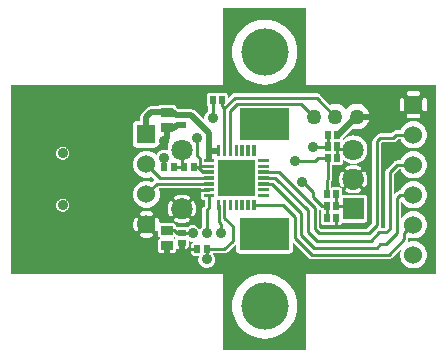
<source format=gbr>
G04 start of page 7 for group 5 idx 5 *
G04 Title: (unknown), bottom *
G04 Creator: pcb 20110918 *
G04 CreationDate: Mon 28 Oct 2013 08:12:09 PM GMT UTC *
G04 For: tszabo *
G04 Format: Gerber/RS-274X *
G04 PCB-Dimensions: 157480 125984 *
G04 PCB-Coordinate-Origin: lower left *
%MOIN*%
%FSLAX25Y25*%
%LNBOTTOM*%
%ADD91C,0.0394*%
%ADD90C,0.0380*%
%ADD89C,0.0197*%
%ADD88C,0.0945*%
%ADD87C,0.0360*%
%ADD86R,0.1063X0.1063*%
%ADD85C,0.0500*%
%ADD84R,0.0110X0.0110*%
%ADD83R,0.0295X0.0295*%
%ADD82R,0.0197X0.0197*%
%ADD81C,0.0709*%
%ADD80C,0.0354*%
%ADD79C,0.0600*%
%ADD78C,0.1024*%
%ADD77C,0.1575*%
%ADD76C,0.0200*%
%ADD75C,0.0100*%
%ADD74C,0.0001*%
G54D74*G36*
X94471Y31890D02*X108268D01*
Y5905D01*
X94471D01*
Y9810D01*
X94488Y9809D01*
X96187Y9942D01*
X97844Y10340D01*
X99419Y10992D01*
X100872Y11883D01*
X102167Y12990D01*
X103274Y14285D01*
X104165Y15738D01*
X104817Y17313D01*
X105215Y18970D01*
X105315Y20669D01*
X105215Y22368D01*
X104817Y24025D01*
X104165Y25600D01*
X103274Y27053D01*
X102167Y28348D01*
X100872Y29455D01*
X99419Y30346D01*
X97844Y30998D01*
X96187Y31396D01*
X94488Y31529D01*
X94471Y31528D01*
Y31890D01*
G37*
G36*
X80709Y5905D02*Y31890D01*
X94471D01*
Y31528D01*
X92789Y31396D01*
X91132Y30998D01*
X89557Y30346D01*
X88104Y29455D01*
X86809Y28348D01*
X85702Y27053D01*
X84811Y25600D01*
X84159Y24025D01*
X83761Y22368D01*
X83628Y20669D01*
X83761Y18970D01*
X84159Y17313D01*
X84811Y15738D01*
X85702Y14285D01*
X86809Y12990D01*
X88104Y11883D01*
X89557Y10992D01*
X91132Y10340D01*
X92789Y9942D01*
X94471Y9810D01*
Y5905D01*
X80709D01*
G37*
G36*
X108268Y120078D02*X108267Y94094D01*
X94471D01*
Y94456D01*
X94488Y94455D01*
X96187Y94588D01*
X97844Y94986D01*
X99419Y95638D01*
X100872Y96529D01*
X102167Y97636D01*
X103274Y98931D01*
X104165Y100384D01*
X104817Y101959D01*
X105215Y103616D01*
X105315Y105315D01*
X105215Y107014D01*
X104817Y108671D01*
X104165Y110246D01*
X103274Y111699D01*
X102167Y112994D01*
X100872Y114101D01*
X99419Y114992D01*
X97844Y115644D01*
X96187Y116042D01*
X94488Y116175D01*
X94471Y116174D01*
Y120078D01*
X108268D01*
G37*
G36*
X94471Y94094D02*X80709D01*
Y120078D01*
X94471D01*
Y116174D01*
X92789Y116042D01*
X91132Y115644D01*
X89557Y114992D01*
X88104Y114101D01*
X86809Y112994D01*
X85702Y111699D01*
X84811Y110246D01*
X84159Y108671D01*
X83761Y107014D01*
X83628Y105315D01*
X83761Y103616D01*
X84159Y101959D01*
X84811Y100384D01*
X85702Y98931D01*
X86809Y97636D01*
X88104Y96529D01*
X89557Y95638D01*
X91132Y94986D01*
X92789Y94588D01*
X94471Y94456D01*
Y94094D01*
G37*
G36*
X151575Y31496D02*X147844D01*
Y35302D01*
X148116Y35746D01*
X148387Y36400D01*
X148552Y37089D01*
X148594Y37795D01*
X148552Y38501D01*
X148387Y39190D01*
X148116Y39844D01*
X147844Y40288D01*
Y45302D01*
X148116Y45746D01*
X148387Y46400D01*
X148552Y47089D01*
X148594Y47795D01*
X148552Y48501D01*
X148387Y49190D01*
X148116Y49844D01*
X147844Y50288D01*
Y55302D01*
X148116Y55746D01*
X148387Y56400D01*
X148552Y57089D01*
X148594Y57795D01*
X148552Y58501D01*
X148387Y59190D01*
X148116Y59844D01*
X147844Y60288D01*
Y65302D01*
X148116Y65746D01*
X148387Y66400D01*
X148552Y67089D01*
X148594Y67795D01*
X148552Y68501D01*
X148387Y69190D01*
X148116Y69844D01*
X147844Y70288D01*
Y75302D01*
X148116Y75746D01*
X148387Y76400D01*
X148552Y77089D01*
X148594Y77795D01*
X148552Y78501D01*
X148387Y79190D01*
X148116Y79844D01*
X147844Y80288D01*
Y85543D01*
X147962Y85552D01*
X148076Y85580D01*
X148186Y85625D01*
X148286Y85686D01*
X148376Y85763D01*
X148453Y85853D01*
X148514Y85953D01*
X148559Y86063D01*
X148587Y86177D01*
X148594Y86295D01*
Y89295D01*
X148587Y89413D01*
X148559Y89527D01*
X148514Y89637D01*
X148453Y89737D01*
X148376Y89827D01*
X148286Y89904D01*
X148186Y89965D01*
X148076Y90010D01*
X147962Y90038D01*
X147844Y90047D01*
Y94488D01*
X151575D01*
Y31496D01*
G37*
G36*
X147844Y80288D02*X147746Y80448D01*
X147286Y80987D01*
X146747Y81447D01*
X146143Y81817D01*
X145489Y82088D01*
X144800Y82253D01*
X144094Y82309D01*
Y83295D01*
X145594D01*
X145712Y83302D01*
X145826Y83330D01*
X145936Y83375D01*
X146036Y83436D01*
X146126Y83513D01*
X146203Y83603D01*
X146264Y83703D01*
X146309Y83813D01*
X146337Y83927D01*
X146346Y84045D01*
X146337Y84163D01*
X146309Y84277D01*
X146264Y84387D01*
X146203Y84487D01*
X146126Y84577D01*
X146036Y84654D01*
X145936Y84715D01*
X145826Y84760D01*
X145712Y84788D01*
X145594Y84795D01*
X144094D01*
Y90795D01*
X145594D01*
X145712Y90802D01*
X145826Y90830D01*
X145936Y90875D01*
X146036Y90936D01*
X146126Y91013D01*
X146203Y91103D01*
X146264Y91203D01*
X146309Y91313D01*
X146337Y91427D01*
X146346Y91545D01*
X146337Y91663D01*
X146309Y91777D01*
X146264Y91887D01*
X146203Y91987D01*
X146126Y92077D01*
X146036Y92154D01*
X145936Y92215D01*
X145826Y92260D01*
X145712Y92288D01*
X145594Y92295D01*
X144094D01*
Y94488D01*
X147844D01*
Y90047D01*
X147726Y90038D01*
X147612Y90010D01*
X147502Y89965D01*
X147402Y89904D01*
X147312Y89827D01*
X147235Y89737D01*
X147174Y89637D01*
X147129Y89527D01*
X147101Y89413D01*
X147094Y89295D01*
Y86295D01*
X147101Y86177D01*
X147129Y86063D01*
X147174Y85953D01*
X147235Y85853D01*
X147312Y85763D01*
X147402Y85686D01*
X147502Y85625D01*
X147612Y85580D01*
X147726Y85552D01*
X147844Y85543D01*
Y80288D01*
G37*
G36*
Y70288D02*X147746Y70448D01*
X147286Y70987D01*
X146747Y71447D01*
X146143Y71817D01*
X145489Y72088D01*
X144800Y72253D01*
X144094Y72309D01*
Y73281D01*
X144800Y73337D01*
X145489Y73502D01*
X146143Y73773D01*
X146747Y74143D01*
X147286Y74603D01*
X147746Y75142D01*
X147844Y75302D01*
Y70288D01*
G37*
G36*
Y60288D02*X147746Y60448D01*
X147286Y60987D01*
X146747Y61447D01*
X146143Y61817D01*
X145489Y62088D01*
X144800Y62253D01*
X144094Y62309D01*
Y63281D01*
X144800Y63337D01*
X145489Y63502D01*
X146143Y63773D01*
X146747Y64143D01*
X147286Y64603D01*
X147746Y65142D01*
X147844Y65302D01*
Y60288D01*
G37*
G36*
Y50288D02*X147746Y50448D01*
X147286Y50987D01*
X146747Y51447D01*
X146143Y51817D01*
X145489Y52088D01*
X144800Y52253D01*
X144094Y52309D01*
Y53281D01*
X144800Y53337D01*
X145489Y53502D01*
X146143Y53773D01*
X146747Y54143D01*
X147286Y54603D01*
X147746Y55142D01*
X147844Y55302D01*
Y50288D01*
G37*
G36*
Y40288D02*X147746Y40448D01*
X147286Y40987D01*
X146747Y41447D01*
X146143Y41817D01*
X145489Y42088D01*
X144800Y42253D01*
X144094Y42309D01*
Y43281D01*
X144800Y43337D01*
X145489Y43502D01*
X146143Y43773D01*
X146747Y44143D01*
X147286Y44603D01*
X147746Y45142D01*
X147844Y45302D01*
Y40288D01*
G37*
G36*
Y31496D02*X144094D01*
Y33281D01*
X144800Y33337D01*
X145489Y33502D01*
X146143Y33773D01*
X146747Y34143D01*
X147286Y34603D01*
X147746Y35142D01*
X147844Y35302D01*
Y31496D01*
G37*
G36*
X144094Y82309D02*X143388Y82253D01*
X142699Y82088D01*
X142045Y81817D01*
X141441Y81447D01*
X140902Y80987D01*
X140442Y80448D01*
X140344Y80288D01*
Y85543D01*
X140462Y85552D01*
X140576Y85580D01*
X140686Y85625D01*
X140786Y85686D01*
X140876Y85763D01*
X140953Y85853D01*
X141014Y85953D01*
X141059Y86063D01*
X141087Y86177D01*
X141094Y86295D01*
Y89295D01*
X141087Y89413D01*
X141059Y89527D01*
X141014Y89637D01*
X140953Y89737D01*
X140876Y89827D01*
X140786Y89904D01*
X140686Y89965D01*
X140576Y90010D01*
X140462Y90038D01*
X140344Y90047D01*
Y94488D01*
X144094D01*
Y92295D01*
X142594D01*
X142476Y92288D01*
X142362Y92260D01*
X142252Y92215D01*
X142152Y92154D01*
X142062Y92077D01*
X141985Y91987D01*
X141924Y91887D01*
X141879Y91777D01*
X141851Y91663D01*
X141842Y91545D01*
X141851Y91427D01*
X141879Y91313D01*
X141924Y91203D01*
X141985Y91103D01*
X142062Y91013D01*
X142152Y90936D01*
X142252Y90875D01*
X142362Y90830D01*
X142476Y90802D01*
X142594Y90795D01*
X144094D01*
Y84795D01*
X142594D01*
X142476Y84788D01*
X142362Y84760D01*
X142252Y84715D01*
X142152Y84654D01*
X142062Y84577D01*
X141985Y84487D01*
X141924Y84387D01*
X141879Y84277D01*
X141851Y84163D01*
X141842Y84045D01*
X141851Y83927D01*
X141879Y83813D01*
X141924Y83703D01*
X141985Y83603D01*
X142062Y83513D01*
X142152Y83436D01*
X142252Y83375D01*
X142362Y83330D01*
X142476Y83302D01*
X142594Y83295D01*
X144094D01*
Y82309D01*
G37*
G36*
X140344Y80288D02*X140072Y79844D01*
X139845Y79295D01*
X138483D01*
X138424Y79300D01*
X138192Y79281D01*
X138190Y79281D01*
X138189Y79281D01*
X138189Y79281D01*
X138063Y79251D01*
X137960Y79226D01*
X137960Y79226D01*
X137959Y79226D01*
X137842Y79177D01*
X137742Y79136D01*
X137742Y79135D01*
X137741Y79135D01*
X137635Y79070D01*
X137541Y79012D01*
X137540Y79012D01*
X137540Y79012D01*
X137538Y79010D01*
X137361Y78859D01*
X137323Y78814D01*
X136780Y78271D01*
X133130D01*
X133071Y78276D01*
X132836Y78257D01*
X132606Y78202D01*
X132388Y78112D01*
X132187Y77988D01*
X132186Y77988D01*
X132007Y77835D01*
X131969Y77790D01*
X130871Y76692D01*
X130826Y76654D01*
X130673Y76474D01*
X130549Y76273D01*
X130459Y76055D01*
X130404Y75825D01*
X130404Y75825D01*
X130385Y75590D01*
X130390Y75531D01*
Y48259D01*
X128513Y46382D01*
X127895D01*
Y48471D01*
X127926Y48479D01*
X128097Y48550D01*
X128256Y48647D01*
X128397Y48768D01*
X128518Y48909D01*
X128615Y49068D01*
X128686Y49239D01*
X128730Y49420D01*
X128740Y49606D01*
X128730Y56878D01*
X128686Y57059D01*
X128615Y57230D01*
X128518Y57389D01*
X128397Y57530D01*
X128256Y57651D01*
X128097Y57748D01*
X127926Y57819D01*
X127895Y57827D01*
Y60474D01*
X127898Y60476D01*
X127979Y60522D01*
X128051Y60580D01*
X128114Y60649D01*
X128163Y60728D01*
X128356Y61112D01*
X128508Y61513D01*
X128624Y61927D01*
X128702Y62349D01*
X128740Y62777D01*
Y63207D01*
X128702Y63635D01*
X128624Y64057D01*
X128508Y64471D01*
X128356Y64872D01*
X128167Y65258D01*
X128116Y65337D01*
X128054Y65406D01*
X127981Y65465D01*
X127900Y65511D01*
X127895Y65513D01*
Y70122D01*
X128239Y70684D01*
X128523Y71371D01*
X128697Y72094D01*
X128740Y72835D01*
X128697Y73576D01*
X128523Y74299D01*
X128239Y74986D01*
X127895Y75548D01*
Y80573D01*
X128211Y80844D01*
X128646Y81352D01*
X128995Y81923D01*
X129251Y82541D01*
X129408Y83191D01*
X129447Y83858D01*
X129408Y84525D01*
X129251Y85175D01*
X128995Y85793D01*
X128646Y86364D01*
X128211Y86872D01*
X127895Y87143D01*
Y94488D01*
X140344D01*
Y90047D01*
X140226Y90038D01*
X140112Y90010D01*
X140002Y89965D01*
X139902Y89904D01*
X139812Y89827D01*
X139735Y89737D01*
X139674Y89637D01*
X139629Y89527D01*
X139601Y89413D01*
X139594Y89295D01*
Y86295D01*
X139601Y86177D01*
X139629Y86063D01*
X139674Y85953D01*
X139735Y85853D01*
X139812Y85763D01*
X139902Y85686D01*
X140002Y85625D01*
X140112Y85580D01*
X140226Y85552D01*
X140344Y85543D01*
Y80288D01*
G37*
G36*
X144094Y72309D02*X143388Y72253D01*
X142699Y72088D01*
X142045Y71817D01*
X141441Y71447D01*
X140902Y70987D01*
X140442Y70448D01*
X140072Y69844D01*
X139812Y69216D01*
X138642D01*
X138583Y69221D01*
X138348Y69202D01*
X138348Y69202D01*
X138348Y69202D01*
X138248Y69178D01*
X138118Y69147D01*
X138118Y69147D01*
X138118Y69147D01*
X138018Y69105D01*
X137900Y69057D01*
X137900Y69057D01*
X137900Y69057D01*
X137803Y68997D01*
X137699Y68933D01*
X137699Y68933D01*
X137699Y68933D01*
X137519Y68780D01*
X137481Y68735D01*
X135201Y66456D01*
X135156Y66418D01*
X135004Y66240D01*
X135003Y66239D01*
X135003Y66239D01*
X135003Y66238D01*
X134929Y66118D01*
X134880Y66037D01*
X134879Y66037D01*
X134879Y66037D01*
X134824Y65904D01*
X134789Y65819D01*
X134789Y65819D01*
X134789Y65819D01*
X134756Y65682D01*
X134734Y65590D01*
X134734Y65590D01*
X134734Y65589D01*
X134734Y65588D01*
X134715Y65354D01*
X134720Y65295D01*
Y47077D01*
X134418Y46775D01*
X133120D01*
X133231Y46955D01*
X133321Y47173D01*
X133376Y47403D01*
X133395Y47638D01*
X133390Y47697D01*
Y74969D01*
X133692Y75271D01*
X137344D01*
X137403Y75266D01*
X137634Y75285D01*
X137637Y75285D01*
X137638Y75285D01*
X137638Y75285D01*
X137749Y75312D01*
X137867Y75340D01*
X137867Y75340D01*
X137868Y75340D01*
X137973Y75384D01*
X138085Y75430D01*
X138085Y75431D01*
X138086Y75431D01*
X138184Y75491D01*
X138286Y75554D01*
X138287Y75554D01*
X138287Y75554D01*
X138289Y75556D01*
X138466Y75707D01*
X138504Y75752D01*
X139047Y76295D01*
X139845D01*
X140072Y75746D01*
X140442Y75142D01*
X140902Y74603D01*
X141441Y74143D01*
X142045Y73773D01*
X142699Y73502D01*
X143388Y73337D01*
X144094Y73281D01*
Y72309D01*
G37*
G36*
Y62309D02*X143388Y62253D01*
X142699Y62088D01*
X142045Y61817D01*
X141441Y61447D01*
X140902Y60987D01*
X140442Y60448D01*
X140072Y59844D01*
X139845Y59295D01*
X139744D01*
X139685Y59300D01*
X139450Y59281D01*
X139220Y59226D01*
X139002Y59136D01*
X138801Y59012D01*
X138800Y59012D01*
X138621Y58859D01*
X138583Y58814D01*
X137720Y57951D01*
Y64733D01*
X139204Y66216D01*
X139877D01*
X140072Y65746D01*
X140442Y65142D01*
X140902Y64603D01*
X141441Y64143D01*
X142045Y63773D01*
X142699Y63502D01*
X143388Y63337D01*
X144094Y63281D01*
Y62309D01*
G37*
G36*
Y52309D02*X143388Y52253D01*
X142699Y52088D01*
X142045Y51817D01*
X141441Y51447D01*
X140902Y50987D01*
X140442Y50448D01*
X140083Y49862D01*
Y55728D01*
X140442Y55142D01*
X140902Y54603D01*
X141441Y54143D01*
X142045Y53773D01*
X142699Y53502D01*
X143388Y53337D01*
X144094Y53281D01*
Y52309D01*
G37*
G36*
Y42309D02*X143388Y42253D01*
X142699Y42088D01*
X142045Y41817D01*
X141852Y41699D01*
X141964Y41811D01*
X142009Y41849D01*
X142162Y42028D01*
X142162Y42029D01*
X142286Y42230D01*
X142376Y42448D01*
X142431Y42678D01*
X142450Y42913D01*
X142445Y42972D01*
Y43607D01*
X142699Y43502D01*
X143388Y43337D01*
X144094Y43281D01*
Y42309D01*
G37*
G36*
Y31496D02*X127895D01*
Y36295D01*
X135768D01*
X135827Y36290D01*
X136062Y36309D01*
X136062Y36309D01*
X136292Y36364D01*
X136510Y36454D01*
X136711Y36578D01*
X136891Y36731D01*
X136929Y36776D01*
X140190Y40037D01*
X140072Y39844D01*
X139801Y39190D01*
X139636Y38501D01*
X139580Y37795D01*
X139636Y37089D01*
X139801Y36400D01*
X140072Y35746D01*
X140442Y35142D01*
X140902Y34603D01*
X141441Y34143D01*
X142045Y33773D01*
X142699Y33502D01*
X143388Y33337D01*
X144094Y33281D01*
Y31496D01*
G37*
G36*
X127895Y87143D02*X127703Y87307D01*
X127132Y87656D01*
X126514Y87912D01*
X125864Y88069D01*
X125197Y88121D01*
X124530Y88069D01*
X124018Y87946D01*
Y94488D01*
X127895D01*
Y87143D01*
G37*
G36*
Y75548D02*X127850Y75621D01*
X127367Y76186D01*
X126802Y76669D01*
X126167Y77058D01*
X125480Y77342D01*
X124757Y77516D01*
X124018Y77574D01*
Y79770D01*
X124530Y79647D01*
X125197Y79595D01*
X125864Y79647D01*
X126514Y79804D01*
X127132Y80060D01*
X127703Y80409D01*
X127895Y80573D01*
Y75548D01*
G37*
G36*
Y57827D02*X127745Y57863D01*
X127560Y57874D01*
X124018Y57868D01*
Y58268D01*
X124231D01*
X124659Y58306D01*
X125081Y58384D01*
X125495Y58500D01*
X125896Y58652D01*
X126282Y58841D01*
X126361Y58892D01*
X126430Y58954D01*
X126489Y59027D01*
X126535Y59108D01*
X126569Y59196D01*
X126588Y59287D01*
X126593Y59380D01*
X126583Y59473D01*
X126558Y59564D01*
X126520Y59649D01*
X126469Y59727D01*
X126406Y59797D01*
X126333Y59855D01*
X126252Y59902D01*
X126165Y59935D01*
X126073Y59955D01*
X125980Y59959D01*
X125887Y59949D01*
X125797Y59925D01*
X125712Y59885D01*
X125425Y59741D01*
X125124Y59626D01*
X124814Y59540D01*
X124497Y59481D01*
X124177Y59452D01*
X124018D01*
Y61540D01*
X124064D01*
X124299Y61554D01*
X124529Y61609D01*
X124747Y61699D01*
X124948Y61823D01*
X125128Y61976D01*
X125281Y62156D01*
X125405Y62357D01*
X125495Y62575D01*
X125550Y62805D01*
X125569Y63040D01*
X125550Y63275D01*
X125495Y63505D01*
X125405Y63723D01*
X125281Y63924D01*
X125128Y64104D01*
X124948Y64257D01*
X124747Y64381D01*
X124529Y64471D01*
X124299Y64526D01*
X124064Y64540D01*
X124018D01*
Y66532D01*
X124177D01*
X124497Y66503D01*
X124814Y66444D01*
X125124Y66358D01*
X125425Y66243D01*
X125714Y66102D01*
X125798Y66063D01*
X125888Y66038D01*
X125980Y66028D01*
X126073Y66033D01*
X126164Y66052D01*
X126251Y66085D01*
X126331Y66132D01*
X126404Y66190D01*
X126466Y66259D01*
X126517Y66337D01*
X126555Y66421D01*
X126579Y66511D01*
X126589Y66604D01*
X126584Y66696D01*
X126565Y66787D01*
X126532Y66874D01*
X126486Y66955D01*
X126428Y67027D01*
X126359Y67090D01*
X126280Y67139D01*
X125896Y67332D01*
X125495Y67484D01*
X125081Y67600D01*
X124659Y67678D01*
X124231Y67716D01*
X124018D01*
Y68096D01*
X124757Y68154D01*
X125480Y68328D01*
X126167Y68612D01*
X126802Y69001D01*
X127367Y69484D01*
X127850Y70049D01*
X127895Y70122D01*
Y65513D01*
X127812Y65545D01*
X127721Y65564D01*
X127628Y65569D01*
X127535Y65559D01*
X127444Y65534D01*
X127359Y65496D01*
X127281Y65445D01*
X127211Y65382D01*
X127153Y65309D01*
X127106Y65228D01*
X127073Y65141D01*
X127053Y65049D01*
X127049Y64956D01*
X127059Y64863D01*
X127083Y64773D01*
X127123Y64688D01*
X127267Y64401D01*
X127382Y64100D01*
X127468Y63790D01*
X127527Y63473D01*
X127556Y63153D01*
Y62831D01*
X127527Y62511D01*
X127468Y62194D01*
X127382Y61884D01*
X127267Y61583D01*
X127126Y61294D01*
X127087Y61210D01*
X127062Y61120D01*
X127052Y61028D01*
X127057Y60935D01*
X127076Y60844D01*
X127109Y60757D01*
X127156Y60677D01*
X127214Y60604D01*
X127283Y60542D01*
X127361Y60491D01*
X127445Y60453D01*
X127535Y60429D01*
X127628Y60419D01*
X127720Y60424D01*
X127811Y60443D01*
X127895Y60474D01*
Y57827D01*
G37*
G36*
Y46382D02*X124018D01*
Y48430D01*
X127745Y48435D01*
X127895Y48471D01*
Y46382D01*
G37*
G36*
Y31496D02*X124018D01*
Y36295D01*
X127895D01*
Y31496D01*
G37*
G36*
X124018Y87946D02*X123880Y87912D01*
X123262Y87656D01*
X122691Y87307D01*
X122183Y86872D01*
X121748Y86364D01*
X121654Y86209D01*
X121559Y86364D01*
X121124Y86872D01*
X120616Y87307D01*
X120045Y87656D01*
X119427Y87912D01*
X118777Y88069D01*
X118110Y88121D01*
X117443Y88069D01*
X116793Y87912D01*
X116357Y87732D01*
X112913Y91176D01*
X112875Y91221D01*
X112695Y91374D01*
X112494Y91498D01*
X112276Y91588D01*
X112046Y91643D01*
X111811Y91662D01*
X111752Y91657D01*
X99599D01*
Y94488D01*
X124018D01*
Y87946D01*
G37*
G36*
Y77574D02*X124016Y77574D01*
X123275Y77516D01*
X122552Y77342D01*
X121865Y77058D01*
X121230Y76669D01*
X120665Y76186D01*
X120528Y76025D01*
X120564Y76113D01*
X120601Y76266D01*
X120610Y76423D01*
X120610Y76561D01*
X123860Y79812D01*
X123880Y79804D01*
X124018Y79770D01*
Y77574D01*
G37*
G36*
Y57868D02*X120287Y57863D01*
X120275Y57860D01*
X120270Y59529D01*
X120233Y59682D01*
X120173Y59827D01*
X120137Y59885D01*
Y60471D01*
X120220Y60439D01*
X120311Y60420D01*
X120404Y60415D01*
X120497Y60425D01*
X120588Y60450D01*
X120673Y60488D01*
X120751Y60539D01*
X120821Y60602D01*
X120879Y60675D01*
X120926Y60756D01*
X120959Y60843D01*
X120979Y60935D01*
X120983Y61028D01*
X120973Y61121D01*
X120949Y61211D01*
X120909Y61296D01*
X120765Y61583D01*
X120650Y61884D01*
X120564Y62194D01*
X120505Y62511D01*
X120476Y62831D01*
Y63153D01*
X120505Y63473D01*
X120564Y63790D01*
X120650Y64100D01*
X120765Y64401D01*
X120906Y64690D01*
X120945Y64774D01*
X120970Y64864D01*
X120980Y64956D01*
X120975Y65049D01*
X120956Y65140D01*
X120923Y65227D01*
X120876Y65307D01*
X120818Y65380D01*
X120749Y65442D01*
X120671Y65493D01*
X120587Y65531D01*
X120497Y65555D01*
X120404Y65565D01*
X120312Y65560D01*
X120221Y65541D01*
X120137Y65510D01*
Y67701D01*
X120200Y67739D01*
X120319Y67842D01*
X120422Y67961D01*
X120504Y68096D01*
X120504Y68096D01*
X120564Y68241D01*
X120601Y68394D01*
X120610Y68551D01*
X120607Y69552D01*
X120665Y69484D01*
X121230Y69001D01*
X121865Y68612D01*
X122552Y68328D01*
X123275Y68154D01*
X124016Y68096D01*
X124018Y68096D01*
Y67716D01*
X123801D01*
X123373Y67678D01*
X122951Y67600D01*
X122537Y67484D01*
X122136Y67332D01*
X121750Y67143D01*
X121671Y67092D01*
X121602Y67030D01*
X121543Y66957D01*
X121497Y66876D01*
X121463Y66788D01*
X121444Y66697D01*
X121439Y66604D01*
X121449Y66511D01*
X121474Y66420D01*
X121512Y66335D01*
X121563Y66257D01*
X121626Y66187D01*
X121699Y66129D01*
X121780Y66082D01*
X121867Y66049D01*
X121959Y66029D01*
X122052Y66025D01*
X122145Y66035D01*
X122235Y66059D01*
X122320Y66099D01*
X122607Y66243D01*
X122908Y66358D01*
X123218Y66444D01*
X123535Y66503D01*
X123855Y66532D01*
X124018D01*
Y64540D01*
X123546D01*
X123311Y64526D01*
X123081Y64471D01*
X122863Y64381D01*
X122662Y64257D01*
X122482Y64104D01*
X122329Y63924D01*
X122205Y63723D01*
X122115Y63505D01*
X122060Y63275D01*
X122041Y63040D01*
X122060Y62805D01*
X122115Y62575D01*
X122205Y62357D01*
X122329Y62156D01*
X122482Y61976D01*
X122662Y61823D01*
X122863Y61699D01*
X123081Y61609D01*
X123311Y61554D01*
X123546Y61540D01*
X124018D01*
Y59452D01*
X123855D01*
X123535Y59481D01*
X123218Y59540D01*
X122908Y59626D01*
X122607Y59741D01*
X122318Y59882D01*
X122234Y59921D01*
X122144Y59946D01*
X122052Y59956D01*
X121959Y59951D01*
X121868Y59932D01*
X121781Y59899D01*
X121701Y59852D01*
X121628Y59794D01*
X121566Y59725D01*
X121515Y59647D01*
X121477Y59563D01*
X121453Y59473D01*
X121443Y59380D01*
X121448Y59288D01*
X121467Y59197D01*
X121500Y59110D01*
X121546Y59029D01*
X121604Y58957D01*
X121673Y58894D01*
X121752Y58845D01*
X122136Y58652D01*
X122537Y58500D01*
X122951Y58384D01*
X123373Y58306D01*
X123801Y58268D01*
X124018D01*
Y57868D01*
G37*
G36*
X120137Y59885D02*X120091Y59962D01*
X119988Y60081D01*
X119869Y60184D01*
X119734Y60266D01*
X119589Y60326D01*
X119436Y60363D01*
X119279Y60372D01*
X119277Y60372D01*
X117154Y60363D01*
X117001Y60326D01*
X116856Y60266D01*
X116721Y60184D01*
X116721Y60183D01*
X116721Y60184D01*
X116649Y60227D01*
Y62168D01*
X116695Y62220D01*
X116819Y62421D01*
X116909Y62639D01*
X116964Y62869D01*
X116983Y63104D01*
X116978Y63165D01*
X116978Y63168D01*
Y67694D01*
X117052Y67739D01*
X117052Y67740D01*
X117052Y67739D01*
X117187Y67657D01*
X117332Y67597D01*
X117485Y67560D01*
X117642Y67551D01*
X119277Y67558D01*
X119767Y67560D01*
X119920Y67597D01*
X120065Y67657D01*
X120137Y67701D01*
Y65510D01*
X120134Y65508D01*
X120053Y65462D01*
X119981Y65404D01*
X119918Y65335D01*
X119869Y65256D01*
X119676Y64872D01*
X119524Y64471D01*
X119408Y64057D01*
X119330Y63635D01*
X119292Y63207D01*
Y62777D01*
X119330Y62349D01*
X119408Y61927D01*
X119524Y61513D01*
X119676Y61112D01*
X119865Y60726D01*
X119916Y60647D01*
X119978Y60578D01*
X120051Y60519D01*
X120132Y60473D01*
X120137Y60471D01*
Y59885D01*
G37*
G36*
X124018Y46382D02*X113219D01*
X112719Y46882D01*
Y52888D01*
X112767Y52848D01*
X112968Y52724D01*
X113172Y52640D01*
X113172Y52531D01*
X113209Y52378D01*
X113269Y52233D01*
X113351Y52100D01*
X113269Y51967D01*
X113209Y51822D01*
X113172Y51669D01*
X113163Y51512D01*
X113172Y48601D01*
X113184Y48553D01*
X113209Y48448D01*
X113269Y48303D01*
X113316Y48227D01*
X113351Y48168D01*
X113454Y48049D01*
X113573Y47946D01*
X113708Y47864D01*
X113853Y47804D01*
X114006Y47767D01*
X114163Y47758D01*
X116288Y47767D01*
X116441Y47804D01*
X116586Y47864D01*
X116721Y47946D01*
X116721Y47947D01*
X116721Y47946D01*
X116856Y47864D01*
X117001Y47804D01*
X117154Y47767D01*
X117311Y47758D01*
X119436Y47767D01*
X119589Y47804D01*
X119734Y47864D01*
X119869Y47946D01*
X119988Y48049D01*
X120091Y48168D01*
X120173Y48303D01*
X120217Y48410D01*
X120233Y48448D01*
X120233Y48448D01*
X120287Y48435D01*
X120472Y48424D01*
X124018Y48430D01*
Y46382D01*
G37*
G36*
Y31496D02*X99599D01*
Y38198D01*
X102941Y38200D01*
X103122Y38243D01*
X103294Y38314D01*
X103452Y38412D01*
X103594Y38532D01*
X103714Y38674D01*
X103812Y38832D01*
X103883Y39004D01*
X103926Y39185D01*
X103937Y39370D01*
X103934Y41975D01*
X109134Y36776D01*
X109172Y36731D01*
X109352Y36578D01*
X109553Y36454D01*
X109771Y36364D01*
X110001Y36309D01*
X110236Y36290D01*
X110295Y36295D01*
X124018D01*
Y31496D01*
G37*
G36*
X70808Y59917D02*X73214D01*
X73215Y59772D01*
X73222Y58741D01*
X73259Y58588D01*
X73310Y58465D01*
X73259Y58342D01*
X73222Y58189D01*
X73213Y58032D01*
X73222Y56773D01*
X73259Y56620D01*
X73319Y56475D01*
X73401Y56340D01*
X73504Y56221D01*
X73623Y56118D01*
X73758Y56036D01*
X73903Y55976D01*
X74056Y55939D01*
X74213Y55930D01*
X74484Y55931D01*
Y54164D01*
X74178Y53858D01*
X74133Y53820D01*
X73980Y53640D01*
X73856Y53439D01*
X73766Y53221D01*
X73711Y52991D01*
X73711Y52991D01*
Y52991D01*
X73692Y52756D01*
X73697Y52697D01*
Y47247D01*
X73546Y47154D01*
X73211Y46868D01*
X72925Y46533D01*
X72834Y46386D01*
X72744Y46533D01*
X72458Y46868D01*
X72123Y47154D01*
X71747Y47385D01*
X71340Y47553D01*
X70911Y47656D01*
X70808Y47664D01*
Y50631D01*
X70811Y50633D01*
X70892Y50679D01*
X70964Y50737D01*
X71027Y50806D01*
X71076Y50885D01*
X71269Y51269D01*
X71421Y51670D01*
X71537Y52084D01*
X71615Y52506D01*
X71653Y52934D01*
Y53364D01*
X71615Y53792D01*
X71537Y54214D01*
X71421Y54628D01*
X71269Y55029D01*
X71080Y55415D01*
X71029Y55494D01*
X70967Y55563D01*
X70894Y55622D01*
X70813Y55668D01*
X70808Y55670D01*
Y59917D01*
G37*
G36*
X66931D02*X70808D01*
Y55670D01*
X70725Y55702D01*
X70634Y55721D01*
X70541Y55726D01*
X70448Y55716D01*
X70357Y55691D01*
X70272Y55653D01*
X70194Y55602D01*
X70124Y55539D01*
X70066Y55466D01*
X70019Y55385D01*
X69986Y55298D01*
X69966Y55206D01*
X69962Y55113D01*
X69972Y55020D01*
X69996Y54930D01*
X70036Y54845D01*
X70180Y54558D01*
X70295Y54257D01*
X70381Y53947D01*
X70440Y53630D01*
X70469Y53310D01*
Y52988D01*
X70440Y52668D01*
X70381Y52351D01*
X70295Y52041D01*
X70180Y51740D01*
X70039Y51451D01*
X70000Y51367D01*
X69975Y51277D01*
X69965Y51185D01*
X69970Y51092D01*
X69989Y51001D01*
X70022Y50914D01*
X70069Y50834D01*
X70127Y50761D01*
X70196Y50699D01*
X70274Y50648D01*
X70358Y50610D01*
X70448Y50586D01*
X70541Y50576D01*
X70633Y50581D01*
X70724Y50600D01*
X70808Y50631D01*
Y47664D01*
X70472Y47691D01*
X70033Y47656D01*
X69604Y47553D01*
X69197Y47385D01*
X68821Y47154D01*
X68505Y46884D01*
X68402Y46909D01*
X68245Y46918D01*
X66931Y46914D01*
Y48425D01*
X67144D01*
X67572Y48463D01*
X67994Y48541D01*
X68408Y48657D01*
X68809Y48809D01*
X69195Y48998D01*
X69274Y49049D01*
X69343Y49111D01*
X69402Y49184D01*
X69448Y49265D01*
X69482Y49353D01*
X69501Y49444D01*
X69506Y49537D01*
X69496Y49630D01*
X69471Y49721D01*
X69433Y49806D01*
X69382Y49884D01*
X69319Y49954D01*
X69246Y50012D01*
X69165Y50059D01*
X69078Y50092D01*
X68986Y50112D01*
X68893Y50116D01*
X68800Y50106D01*
X68710Y50082D01*
X68625Y50042D01*
X68338Y49898D01*
X68037Y49783D01*
X67727Y49697D01*
X67410Y49638D01*
X67090Y49609D01*
X66931D01*
Y56689D01*
X67090D01*
X67410Y56660D01*
X67727Y56601D01*
X68037Y56515D01*
X68338Y56400D01*
X68627Y56259D01*
X68711Y56220D01*
X68801Y56195D01*
X68893Y56185D01*
X68986Y56190D01*
X69077Y56209D01*
X69164Y56242D01*
X69244Y56289D01*
X69317Y56347D01*
X69379Y56416D01*
X69430Y56494D01*
X69468Y56578D01*
X69492Y56668D01*
X69502Y56761D01*
X69497Y56853D01*
X69478Y56944D01*
X69445Y57031D01*
X69399Y57112D01*
X69341Y57184D01*
X69272Y57247D01*
X69193Y57296D01*
X68809Y57489D01*
X68408Y57641D01*
X67994Y57757D01*
X67572Y57835D01*
X67144Y57873D01*
X66931D01*
Y59917D01*
G37*
G36*
Y94488D02*X94064D01*
X94488Y94455D01*
X94912Y94488D01*
X99599D01*
Y91657D01*
X84705D01*
X84646Y91662D01*
X84411Y91643D01*
X84411Y91643D01*
X84411Y91643D01*
X84315Y91620D01*
X84312Y91620D01*
X84181Y91588D01*
X84181Y91588D01*
X84181Y91588D01*
X84085Y91548D01*
X84081Y91547D01*
X83963Y91498D01*
X83963Y91498D01*
X83963Y91498D01*
X83864Y91437D01*
X83762Y91374D01*
X83762Y91374D01*
X83762Y91374D01*
X83582Y91221D01*
X83544Y91176D01*
X82292Y89925D01*
X82289Y90903D01*
X82252Y91056D01*
X82192Y91201D01*
X82110Y91336D01*
X82007Y91455D01*
X81888Y91558D01*
X81753Y91640D01*
X81700Y91662D01*
X81700D01*
X81624Y91693D01*
X81608Y91700D01*
X81455Y91737D01*
X81298Y91746D01*
X79173Y91737D01*
X79020Y91700D01*
X78875Y91640D01*
X78740Y91558D01*
X78740Y91557D01*
X78740Y91558D01*
X78605Y91640D01*
X78460Y91700D01*
X78307Y91737D01*
X78150Y91746D01*
X76025Y91737D01*
X75872Y91700D01*
X75727Y91640D01*
X75592Y91558D01*
X75473Y91455D01*
X75370Y91336D01*
X75288Y91201D01*
X75228Y91056D01*
X75191Y90903D01*
X75182Y90746D01*
X75191Y87835D01*
X75228Y87682D01*
X75288Y87537D01*
X75370Y87402D01*
X75473Y87283D01*
X75592Y87180D01*
X75665Y87136D01*
Y85829D01*
X75514Y85736D01*
X75179Y85450D01*
X74893Y85115D01*
X74662Y84739D01*
X74494Y84332D01*
X74391Y83903D01*
X74356Y83464D01*
X74391Y83025D01*
X74445Y82799D01*
X71536Y85708D01*
X71301Y85917D01*
X71033Y86082D01*
X70742Y86202D01*
X70436Y86275D01*
X70122Y86300D01*
X70019Y86292D01*
X69986Y86294D01*
X66931D01*
Y94488D01*
G37*
G36*
X99599Y31496D02*X94912D01*
X94488Y31529D01*
X94064Y31496D01*
X66931D01*
Y39807D01*
X68402Y39811D01*
X68555Y39848D01*
X68700Y39908D01*
X68835Y39990D01*
X68954Y40093D01*
X69057Y40212D01*
X69139Y40347D01*
X69199Y40492D01*
X69236Y40645D01*
X69245Y40802D01*
X69238Y42362D01*
X69604Y42211D01*
X70033Y42108D01*
X70472Y42073D01*
X70758Y42096D01*
X70754Y42095D01*
X70609Y42035D01*
X70474Y41953D01*
X70355Y41850D01*
X70252Y41731D01*
X70170Y41596D01*
X70110Y41451D01*
X70073Y41298D01*
X70064Y41141D01*
X70073Y38230D01*
X70110Y38077D01*
X70170Y37932D01*
X70252Y37797D01*
X70355Y37678D01*
X70474Y37575D01*
X70609Y37493D01*
X70754Y37433D01*
X70907Y37396D01*
X71064Y37387D01*
X72653Y37394D01*
X72526Y37088D01*
X72423Y36659D01*
X72388Y36220D01*
X72423Y35781D01*
X72526Y35352D01*
X72694Y34945D01*
X72925Y34569D01*
X73211Y34234D01*
X73546Y33948D01*
X73922Y33717D01*
X74329Y33549D01*
X74758Y33446D01*
X75197Y33411D01*
X75636Y33446D01*
X76065Y33549D01*
X76472Y33717D01*
X76848Y33948D01*
X77183Y34234D01*
X77469Y34569D01*
X77700Y34945D01*
X77868Y35352D01*
X77971Y35781D01*
X77997Y36220D01*
X77971Y36659D01*
X77868Y37088D01*
X77700Y37495D01*
X77469Y37871D01*
X77183Y38206D01*
X77168Y38219D01*
X77171Y38230D01*
X77173Y38264D01*
X81043D01*
X81102Y38259D01*
X81337Y38278D01*
X81337Y38278D01*
X81337Y38278D01*
X81463Y38308D01*
X81567Y38333D01*
X81567Y38333D01*
X81567Y38333D01*
X81705Y38390D01*
X81785Y38423D01*
X81785Y38423D01*
X81785Y38423D01*
X81911Y38501D01*
X81986Y38547D01*
X81986Y38547D01*
X81986Y38547D01*
X82166Y38700D01*
X82204Y38745D01*
X84877Y41417D01*
X84922Y41455D01*
X85019Y41569D01*
Y41569D01*
X85047Y41602D01*
X85050Y39185D01*
X85093Y39004D01*
X85164Y38832D01*
X85262Y38674D01*
X85382Y38532D01*
X85524Y38412D01*
X85682Y38314D01*
X85854Y38243D01*
X86035Y38200D01*
X86220Y38189D01*
X99599Y38198D01*
Y31496D01*
G37*
G36*
X63050Y43450D02*X64073Y43452D01*
X64226Y43489D01*
X64371Y43549D01*
X64506Y43631D01*
X64524Y43647D01*
X64538Y43638D01*
X64597Y43495D01*
X64679Y43360D01*
X64680Y43360D01*
X64679Y43360D01*
X64597Y43225D01*
X64537Y43080D01*
X64533Y43065D01*
X64506Y43089D01*
X64371Y43171D01*
X64226Y43231D01*
X64073Y43268D01*
X63916Y43277D01*
X63050Y43275D01*
Y43450D01*
G37*
G36*
Y59917D02*X66931D01*
Y57873D01*
X66714D01*
X66286Y57835D01*
X65864Y57757D01*
X65450Y57641D01*
X65049Y57489D01*
X64663Y57300D01*
X64584Y57249D01*
X64515Y57187D01*
X64456Y57114D01*
X64410Y57033D01*
X64376Y56945D01*
X64357Y56854D01*
X64352Y56761D01*
X64362Y56668D01*
X64387Y56577D01*
X64425Y56492D01*
X64476Y56414D01*
X64539Y56344D01*
X64612Y56286D01*
X64693Y56239D01*
X64780Y56206D01*
X64872Y56186D01*
X64965Y56182D01*
X65058Y56192D01*
X65148Y56216D01*
X65233Y56256D01*
X65520Y56400D01*
X65821Y56515D01*
X66131Y56601D01*
X66448Y56660D01*
X66768Y56689D01*
X66931D01*
Y49609D01*
X66768D01*
X66448Y49638D01*
X66131Y49697D01*
X65821Y49783D01*
X65520Y49898D01*
X65231Y50039D01*
X65147Y50078D01*
X65057Y50103D01*
X64965Y50113D01*
X64872Y50108D01*
X64781Y50089D01*
X64694Y50056D01*
X64614Y50009D01*
X64541Y49951D01*
X64479Y49882D01*
X64428Y49804D01*
X64390Y49720D01*
X64366Y49630D01*
X64356Y49537D01*
X64361Y49445D01*
X64380Y49354D01*
X64413Y49267D01*
X64459Y49186D01*
X64517Y49114D01*
X64586Y49051D01*
X64665Y49002D01*
X65049Y48809D01*
X65450Y48657D01*
X65864Y48541D01*
X66286Y48463D01*
X66714Y48425D01*
X66931D01*
Y46914D01*
X65440Y46909D01*
X65411Y46938D01*
X65373Y46983D01*
X65193Y47136D01*
X64992Y47260D01*
X64908Y47295D01*
X64907Y47552D01*
X64870Y47705D01*
X64810Y47850D01*
X64728Y47985D01*
X64625Y48104D01*
X64506Y48207D01*
X64371Y48289D01*
X64226Y48349D01*
X64073Y48386D01*
X63916Y48395D01*
X63050Y48393D01*
Y50628D01*
X63133Y50596D01*
X63224Y50577D01*
X63317Y50572D01*
X63410Y50582D01*
X63501Y50607D01*
X63586Y50645D01*
X63664Y50696D01*
X63734Y50759D01*
X63792Y50832D01*
X63839Y50913D01*
X63872Y51000D01*
X63892Y51092D01*
X63896Y51185D01*
X63886Y51278D01*
X63862Y51368D01*
X63822Y51453D01*
X63678Y51740D01*
X63563Y52041D01*
X63477Y52351D01*
X63418Y52668D01*
X63389Y52988D01*
Y53310D01*
X63418Y53630D01*
X63477Y53947D01*
X63563Y54257D01*
X63678Y54558D01*
X63819Y54847D01*
X63858Y54931D01*
X63883Y55021D01*
X63893Y55113D01*
X63888Y55206D01*
X63869Y55297D01*
X63836Y55384D01*
X63789Y55464D01*
X63731Y55537D01*
X63662Y55599D01*
X63584Y55650D01*
X63500Y55688D01*
X63410Y55712D01*
X63317Y55722D01*
X63225Y55717D01*
X63134Y55698D01*
X63050Y55667D01*
Y59917D01*
G37*
G36*
Y94488D02*X66931D01*
Y86294D01*
X65705D01*
X65362Y86638D01*
X65311Y86698D01*
X65071Y86902D01*
X65071Y86902D01*
X64881Y87018D01*
X64870Y87065D01*
X64810Y87210D01*
X64728Y87345D01*
X64625Y87464D01*
X64506Y87567D01*
X64371Y87649D01*
X64226Y87709D01*
X64073Y87746D01*
X63916Y87755D01*
X63050Y87753D01*
Y94488D01*
G37*
G36*
X66931Y31496D02*X63050D01*
Y38332D01*
X64073Y38334D01*
X64226Y38371D01*
X64371Y38431D01*
X64506Y38513D01*
X64625Y38616D01*
X64728Y38735D01*
X64810Y38870D01*
X64870Y39015D01*
X64907Y39168D01*
X64916Y39325D01*
X64914Y39983D01*
X65036Y39908D01*
X65181Y39848D01*
X65334Y39811D01*
X65491Y39802D01*
X66931Y39807D01*
Y31496D01*
G37*
G36*
X55119Y63399D02*X55823Y63455D01*
X56512Y63620D01*
X57061Y63848D01*
X58089Y62820D01*
X57938Y62758D01*
X57737Y62634D01*
X57736Y62634D01*
X57557Y62481D01*
X57519Y62436D01*
X57061Y61978D01*
X56512Y62206D01*
X55823Y62371D01*
X55119Y62427D01*
Y63399D01*
G37*
G36*
Y73420D02*X58352Y73427D01*
X58582Y73482D01*
X58800Y73572D01*
X59001Y73696D01*
X59078Y73761D01*
X59313Y73560D01*
X59689Y73329D01*
X60096Y73161D01*
X60097Y73160D01*
X60181Y73109D01*
X60399Y73019D01*
X60629Y72964D01*
X60864Y72945D01*
X61099Y72964D01*
X61329Y73019D01*
X61450Y73069D01*
X61832Y73161D01*
X62190Y73309D01*
X62230Y73326D01*
X62205Y73050D01*
Y72620D01*
X62205Y72620D01*
X61892Y72750D01*
X61463Y72853D01*
X61024Y72887D01*
X60584Y72853D01*
X60156Y72750D01*
X59749Y72581D01*
X59373Y72351D01*
X59038Y72064D01*
X58751Y71729D01*
X58521Y71354D01*
X58382Y71019D01*
X58309Y71105D01*
X58155Y71236D01*
X57770Y71565D01*
X57166Y71935D01*
X56512Y72206D01*
X55823Y72371D01*
X55119Y72427D01*
Y73420D01*
G37*
G36*
Y94488D02*X63050D01*
Y87753D01*
X59823Y87746D01*
X59670Y87709D01*
X59525Y87649D01*
X59390Y87567D01*
X59271Y87464D01*
X59168Y87345D01*
X59128Y87279D01*
X56837D01*
X56759Y87285D01*
X56445Y87260D01*
X56139Y87187D01*
X55848Y87067D01*
X55580Y86902D01*
X55580Y86902D01*
X55340Y86698D01*
X55289Y86638D01*
X55119Y86467D01*
Y94488D01*
G37*
G36*
X63050Y31496D02*X55119D01*
Y43408D01*
X55550Y43429D01*
X55980Y43491D01*
X56401Y43595D01*
X56811Y43738D01*
X56917Y43791D01*
X57013Y43860D01*
X57098Y43943D01*
X57168Y44038D01*
X57223Y44144D01*
X57260Y44256D01*
X57280Y44373D01*
X57281Y44492D01*
X57263Y44609D01*
X57227Y44722D01*
X57174Y44828D01*
X57105Y44925D01*
X57022Y45009D01*
X56926Y45080D01*
X56821Y45134D01*
X56709Y45172D01*
X56592Y45191D01*
X56473Y45192D01*
X56356Y45174D01*
X56243Y45136D01*
X55972Y45037D01*
X55692Y44969D01*
X55406Y44927D01*
X55119Y44913D01*
Y50913D01*
X55406Y50899D01*
X55692Y50857D01*
X55972Y50789D01*
X56245Y50693D01*
X56356Y50655D01*
X56473Y50638D01*
X56591Y50638D01*
X56708Y50658D01*
X56820Y50695D01*
X56924Y50749D01*
X57019Y50819D01*
X57102Y50904D01*
X57171Y51000D01*
X57224Y51105D01*
X57260Y51218D01*
X57277Y51334D01*
X57276Y51452D01*
X57257Y51569D01*
X57220Y51681D01*
X57165Y51786D01*
X57095Y51881D01*
X57011Y51964D01*
X56915Y52032D01*
X56809Y52083D01*
X56401Y52231D01*
X55980Y52335D01*
X55550Y52397D01*
X55119Y52418D01*
Y53399D01*
X55823Y53455D01*
X56512Y53620D01*
X57166Y53891D01*
X57770Y54261D01*
X58309Y54721D01*
X58769Y55260D01*
X59139Y55864D01*
X59410Y56518D01*
X59575Y57207D01*
X59617Y57913D01*
X59575Y58619D01*
X59410Y59308D01*
X59218Y59772D01*
X59182Y59857D01*
X59242Y59917D01*
X63050D01*
Y55667D01*
X63047Y55665D01*
X62966Y55619D01*
X62894Y55561D01*
X62831Y55492D01*
X62782Y55413D01*
X62589Y55029D01*
X62437Y54628D01*
X62321Y54214D01*
X62243Y53792D01*
X62205Y53364D01*
Y52934D01*
X62243Y52506D01*
X62321Y52084D01*
X62437Y51670D01*
X62589Y51269D01*
X62778Y50883D01*
X62829Y50804D01*
X62891Y50735D01*
X62964Y50676D01*
X63045Y50630D01*
X63050Y50628D01*
Y48393D01*
X59823Y48386D01*
X59670Y48349D01*
X59603Y48321D01*
X59601Y48346D01*
X59539Y48776D01*
X59435Y49197D01*
X59292Y49607D01*
X59239Y49713D01*
X59170Y49809D01*
X59087Y49894D01*
X58992Y49964D01*
X58886Y50019D01*
X58774Y50056D01*
X58657Y50076D01*
X58538Y50077D01*
X58421Y50059D01*
X58308Y50023D01*
X58202Y49970D01*
X58105Y49901D01*
X58021Y49818D01*
X57950Y49722D01*
X57896Y49617D01*
X57858Y49505D01*
X57839Y49388D01*
X57838Y49269D01*
X57856Y49152D01*
X57894Y49039D01*
X57993Y48768D01*
X58061Y48488D01*
X58103Y48202D01*
X58117Y47913D01*
X58103Y47624D01*
X58061Y47338D01*
X57993Y47058D01*
X57897Y46785D01*
X57859Y46674D01*
X57842Y46557D01*
X57842Y46439D01*
X57862Y46322D01*
X57899Y46210D01*
X57953Y46106D01*
X58023Y46011D01*
X58108Y45928D01*
X58204Y45859D01*
X58309Y45806D01*
X58422Y45770D01*
X58538Y45753D01*
X58656Y45754D01*
X58773Y45773D01*
X58885Y45810D01*
X58985Y45862D01*
X58989Y44286D01*
X59026Y44133D01*
X59086Y43988D01*
X59168Y43853D01*
X59271Y43734D01*
X59390Y43631D01*
X59525Y43549D01*
X59670Y43489D01*
X59823Y43452D01*
X59980Y43443D01*
X63050Y43450D01*
Y43275D01*
X59823Y43268D01*
X59670Y43231D01*
X59525Y43171D01*
X59390Y43089D01*
X59271Y42986D01*
X59168Y42867D01*
X59086Y42732D01*
X59026Y42587D01*
X58989Y42434D01*
X58980Y42277D01*
X58989Y39168D01*
X59026Y39015D01*
X59086Y38870D01*
X59168Y38735D01*
X59271Y38616D01*
X59390Y38513D01*
X59525Y38431D01*
X59670Y38371D01*
X59823Y38334D01*
X59980Y38325D01*
X63050Y38332D01*
Y31496D01*
G37*
G36*
X51504Y65215D02*X51925Y64721D01*
X52464Y64261D01*
X53068Y63891D01*
X53722Y63620D01*
X54411Y63455D01*
X55117Y63399D01*
X55119Y63399D01*
Y62427D01*
X55117Y62427D01*
X54411Y62371D01*
X53722Y62206D01*
X53068Y61935D01*
X52464Y61565D01*
X51925Y61105D01*
X51504Y60611D01*
Y65215D01*
G37*
G36*
Y73543D02*X51652Y73482D01*
X51882Y73427D01*
X52117Y73413D01*
X55119Y73420D01*
Y72427D01*
X55117Y72427D01*
X54411Y72371D01*
X53722Y72206D01*
X53068Y71935D01*
X52464Y71565D01*
X51925Y71105D01*
X51504Y70611D01*
Y73543D01*
G37*
G36*
Y94488D02*X55119D01*
Y86467D01*
X53703Y85051D01*
X53680Y85026D01*
X53601Y84959D01*
X53397Y84719D01*
X53232Y84451D01*
X53112Y84160D01*
X53039Y83854D01*
X53020Y83540D01*
Y82402D01*
X51882Y82399D01*
X51652Y82344D01*
X51504Y82283D01*
Y94488D01*
G37*
G36*
X55119Y31496D02*X51504D01*
Y45762D01*
X51577Y45750D01*
X51696Y45749D01*
X51813Y45767D01*
X51926Y45803D01*
X52032Y45856D01*
X52129Y45925D01*
X52213Y46008D01*
X52284Y46104D01*
X52338Y46209D01*
X52376Y46321D01*
X52395Y46438D01*
X52396Y46557D01*
X52378Y46674D01*
X52340Y46787D01*
X52241Y47058D01*
X52173Y47338D01*
X52131Y47624D01*
X52117Y47913D01*
X52131Y48202D01*
X52173Y48488D01*
X52241Y48768D01*
X52337Y49041D01*
X52375Y49152D01*
X52392Y49269D01*
X52392Y49387D01*
X52372Y49504D01*
X52335Y49616D01*
X52281Y49720D01*
X52211Y49815D01*
X52126Y49898D01*
X52030Y49967D01*
X51925Y50020D01*
X51812Y50056D01*
X51696Y50073D01*
X51578Y50072D01*
X51504Y50060D01*
Y55215D01*
X51925Y54721D01*
X52464Y54261D01*
X53068Y53891D01*
X53722Y53620D01*
X54411Y53455D01*
X55117Y53399D01*
X55119Y53399D01*
Y52418D01*
X55117Y52418D01*
X54684Y52397D01*
X54254Y52335D01*
X53833Y52231D01*
X53423Y52088D01*
X53317Y52035D01*
X53221Y51966D01*
X53136Y51883D01*
X53066Y51788D01*
X53011Y51682D01*
X52974Y51570D01*
X52954Y51453D01*
X52953Y51334D01*
X52971Y51217D01*
X53007Y51104D01*
X53060Y50998D01*
X53129Y50901D01*
X53212Y50817D01*
X53308Y50746D01*
X53413Y50692D01*
X53525Y50654D01*
X53642Y50635D01*
X53761Y50634D01*
X53878Y50652D01*
X53991Y50690D01*
X54262Y50789D01*
X54542Y50857D01*
X54828Y50899D01*
X55117Y50913D01*
X55119Y50913D01*
Y44913D01*
X55117Y44913D01*
X54828Y44927D01*
X54542Y44969D01*
X54262Y45037D01*
X53989Y45133D01*
X53878Y45171D01*
X53761Y45188D01*
X53643Y45188D01*
X53526Y45168D01*
X53414Y45131D01*
X53310Y45077D01*
X53215Y45007D01*
X53132Y44922D01*
X53063Y44826D01*
X53010Y44721D01*
X52974Y44608D01*
X52957Y44492D01*
X52958Y44374D01*
X52977Y44257D01*
X53014Y44145D01*
X53069Y44040D01*
X53139Y43945D01*
X53223Y43862D01*
X53319Y43794D01*
X53425Y43743D01*
X53833Y43595D01*
X54254Y43491D01*
X54684Y43429D01*
X55117Y43408D01*
X55119Y43408D01*
Y31496D01*
G37*
G36*
X51504D02*X27161D01*
Y52160D01*
X27164Y52159D01*
X27504Y52186D01*
X27835Y52266D01*
X28150Y52396D01*
X28440Y52574D01*
X28700Y52795D01*
X28921Y53055D01*
X29099Y53345D01*
X29229Y53660D01*
X29309Y53991D01*
X29329Y54331D01*
X29309Y54671D01*
X29229Y55002D01*
X29099Y55317D01*
X28921Y55607D01*
X28700Y55867D01*
X28440Y56088D01*
X28150Y56266D01*
X27835Y56396D01*
X27504Y56476D01*
X27164Y56503D01*
X27161Y56502D01*
Y69482D01*
X27164Y69481D01*
X27504Y69508D01*
X27835Y69588D01*
X28150Y69718D01*
X28440Y69896D01*
X28700Y70117D01*
X28921Y70377D01*
X29099Y70667D01*
X29229Y70982D01*
X29309Y71313D01*
X29329Y71653D01*
X29309Y71993D01*
X29229Y72324D01*
X29099Y72639D01*
X28921Y72929D01*
X28700Y73189D01*
X28440Y73410D01*
X28150Y73588D01*
X27835Y73718D01*
X27504Y73798D01*
X27164Y73825D01*
X27161Y73824D01*
Y94488D01*
X51504D01*
Y82283D01*
X51434Y82254D01*
X51233Y82130D01*
X51053Y81977D01*
X50900Y81797D01*
X50776Y81596D01*
X50686Y81378D01*
X50631Y81148D01*
X50617Y80913D01*
X50631Y74678D01*
X50686Y74448D01*
X50776Y74230D01*
X50900Y74029D01*
X51053Y73849D01*
X51233Y73696D01*
X51434Y73572D01*
X51504Y73543D01*
Y70611D01*
X51465Y70566D01*
X51095Y69962D01*
X50824Y69308D01*
X50659Y68619D01*
X50603Y67913D01*
X50659Y67207D01*
X50824Y66518D01*
X51095Y65864D01*
X51465Y65260D01*
X51504Y65215D01*
Y60611D01*
X51465Y60566D01*
X51095Y59962D01*
X50824Y59308D01*
X50659Y58619D01*
X50603Y57913D01*
X50659Y57207D01*
X50824Y56518D01*
X51095Y55864D01*
X51465Y55260D01*
X51504Y55215D01*
Y50060D01*
X51461Y50053D01*
X51349Y50016D01*
X51244Y49961D01*
X51149Y49891D01*
X51066Y49807D01*
X50998Y49711D01*
X50947Y49605D01*
X50799Y49197D01*
X50695Y48776D01*
X50633Y48346D01*
X50612Y47913D01*
X50633Y47480D01*
X50695Y47050D01*
X50799Y46629D01*
X50942Y46219D01*
X50995Y46113D01*
X51064Y46017D01*
X51147Y45932D01*
X51242Y45862D01*
X51348Y45807D01*
X51460Y45770D01*
X51504Y45762D01*
Y31496D01*
G37*
G36*
X27161D02*X9843D01*
Y94488D01*
X27161D01*
Y73824D01*
X26824Y73798D01*
X26493Y73718D01*
X26178Y73588D01*
X25888Y73410D01*
X25628Y73189D01*
X25407Y72929D01*
X25229Y72639D01*
X25099Y72324D01*
X25019Y71993D01*
X24992Y71653D01*
X25019Y71313D01*
X25099Y70982D01*
X25229Y70667D01*
X25407Y70377D01*
X25628Y70117D01*
X25888Y69896D01*
X26178Y69718D01*
X26493Y69588D01*
X26824Y69508D01*
X27161Y69482D01*
Y56502D01*
X26824Y56476D01*
X26493Y56396D01*
X26178Y56266D01*
X25888Y56088D01*
X25628Y55867D01*
X25407Y55607D01*
X25229Y55317D01*
X25099Y55002D01*
X25019Y54671D01*
X24992Y54331D01*
X25019Y53991D01*
X25099Y53660D01*
X25229Y53345D01*
X25407Y53055D01*
X25628Y52795D01*
X25888Y52574D01*
X26178Y52396D01*
X26493Y52266D01*
X26824Y52186D01*
X27161Y52160D01*
Y31496D01*
G37*
G54D75*X115478Y77800D02*Y73864D01*
X118626Y69928D02*Y73864D01*
X119610Y72880D01*
X123940D01*
X115478Y69928D02*Y63168D01*
Y63104D02*X115149Y62775D01*
Y57995D01*
X124530Y83704D02*X124924D01*
G54D76*X118626Y77800D02*X119020D01*
X124924Y83704D01*
X124974D02*X130247D01*
X130476Y83933D01*
G54D75*X115478Y69928D02*X112448D01*
X111417Y68897D01*
X110630Y73622D02*X115478D01*
X123546Y63040D02*X124064D01*
X118293Y54065D02*Y57993D01*
X118295Y57995D01*
X136220Y46456D02*Y65354D01*
X138583Y44882D02*Y56693D01*
X139685Y57795D01*
X129134Y44882D02*X131890Y47638D01*
Y75590D01*
X129682Y83704D02*X129921Y83464D01*
X131890Y75590D02*X133071Y76771D01*
X137402D01*
X138425Y77795D01*
X144094D01*
X136220Y65354D02*X138583Y67716D01*
X144094D01*
X139685Y57795D02*X144094D01*
X106699Y51510D02*Y44482D01*
Y44494D02*Y44482D01*
X104538Y50528D02*X100735Y54331D01*
X115149Y53672D02*Y50528D01*
X115147Y54065D02*X113651D01*
X111219Y46261D02*X111811Y45669D01*
X100735Y54331D02*X90944D01*
X106699Y51575D02*X96856Y61418D01*
X96851D01*
X94094D02*X96856D01*
X108861Y52556D02*X98031Y63386D01*
X94094D01*
X111219Y53345D02*X99210Y65354D01*
X113651Y54065D02*X110630Y57086D01*
Y58661D01*
X107874Y61417D01*
X111417Y68897D02*X104724D01*
X99210Y65354D02*X94094D01*
X61948Y45919D02*X64309D01*
X65294Y44934D01*
G54D76*X61948Y40801D02*Y37705D01*
X62094Y37559D01*
X66868Y41786D02*Y38796D01*
X66810Y38738D01*
G54D75*X111219Y53279D02*Y46261D01*
X108861Y52493D02*Y45469D01*
X111024Y43307D01*
X112598Y44882D02*X111811Y45669D01*
X112598Y44882D02*X129134D01*
X111812Y42519D02*X111024Y43307D01*
X106699Y44482D02*X111024Y40157D01*
X104538Y50528D02*Y43493D01*
X110236Y37795D01*
X124016Y53149D02*X123100Y54065D01*
X118293D01*
X118295Y50135D02*Y47453D01*
X118504Y47244D01*
X111811Y42520D02*X129922D01*
X111024Y40157D02*X131890D01*
X129922Y42520D02*X132677Y45275D01*
X135039D01*
X136220Y46456D01*
X131890Y40157D02*X133071Y41338D01*
X135039D01*
X138583Y44882D01*
X140945Y42913D02*Y44882D01*
X143701Y47638D01*
X110236Y37795D02*X135827D01*
X140945Y42913D01*
X72048Y39764D02*X69685D01*
X75197Y36220D02*Y39763D01*
X75196Y39764D01*
X79134Y48819D03*
X79921Y48031D02*Y44882D01*
X79134Y48819D02*X79921Y48031D01*
X83858Y47244D02*Y42519D01*
X81102Y39764D01*
X75196D01*
X81102Y50000D02*X83858Y47244D01*
X60964Y75832D02*X58061Y72929D01*
X60915Y75783D02*X60522Y75390D01*
X60915Y75783D02*Y73322D01*
X60864Y75732D02*Y74450D01*
X59343Y72929D01*
X60522Y75390D02*Y73322D01*
X60964Y75832D02*Y73764D01*
X60522Y73322D01*
X60964Y75832D02*X61308Y75488D01*
X60964Y75832D02*X61701Y75095D01*
X61308Y75488D02*Y73322D01*
X61701Y75095D02*Y73322D01*
X66929Y66929D02*Y72835D01*
D03*
G54D76*X60964Y75832D02*X61948Y76816D01*
Y80161D01*
G54D75*X61024Y66929D02*Y70078D01*
X61024Y70078D01*
G54D76*X55117Y83637D02*X56759Y85279D01*
X63892D01*
X64877Y84294D01*
X69986D01*
X61948Y80161D02*X64217D01*
X65202Y81146D01*
X66868D01*
G54D75*X70121Y84294D02*X70122D01*
G54D76*X55020Y77816D02*Y83540D01*
X70122Y84294D02*X75984Y78432D01*
G54D75*X77165Y83464D02*Y89368D01*
X77166Y89369D01*
G54D76*X75984Y72441D02*X78346D01*
G54D75*X83071D02*Y85827D01*
Y85826D02*Y85827D01*
X81102Y72441D02*Y86614D01*
X80314Y89369D02*Y87401D01*
X81102Y86614D01*
X83071Y85827D02*X85433Y88189D01*
X106693D01*
X111024Y83858D01*
X84646Y90157D02*X111811D01*
X118110Y83858D01*
X81102Y86614D02*X84646Y90157D01*
X58061Y72929D02*X57771D01*
X55117Y67913D02*X59644Y63386D01*
X55117Y57913D02*X58621Y61417D01*
X64172Y66929D02*X67717D01*
X59644Y63386D02*X75984D01*
G54D76*Y78432D02*Y70078D01*
Y72441D03*
G54D75*X70865Y66929D02*X72441D01*
X74016Y65354D01*
X75591D01*
X70866Y66929D02*X72441D01*
X72835Y67323D02*X75984D01*
D03*
X72441Y66929D02*X72835Y67323D01*
Y70078D01*
X72047Y70866D01*
Y76771D01*
X58621Y61417D02*X75984D01*
X72047Y59449D02*X75985D01*
D03*
X75197Y52756D02*X75984Y53543D01*
Y57480D01*
X65294Y44934D02*X70420D01*
X70472Y44882D01*
X75197D02*Y52756D01*
X81102Y54332D02*Y50000D01*
X79134Y54332D02*Y48819D01*
G54D77*X94488Y20669D03*
G54D78*Y44685D03*
G54D77*Y105315D03*
G54D78*Y81299D03*
G54D74*G36*
X52117Y80913D02*Y74913D01*
X58117D01*
Y80913D01*
X52117D01*
G37*
G54D79*X55117Y67913D03*
G54D80*X27164Y71653D03*
Y54331D03*
G54D79*X55117Y57913D03*
Y47913D03*
G54D81*X66929Y53149D03*
Y72835D03*
G54D74*G36*
X141094Y90795D02*Y84795D01*
X147094D01*
Y90795D01*
X141094D01*
G37*
G54D79*X144094Y77795D03*
Y67795D03*
Y57795D03*
Y47795D03*
Y37795D03*
G54D74*G36*
X120472Y56692D02*Y49606D01*
X127560D01*
Y56692D01*
X120472D01*
G37*
G54D81*X124016Y62992D03*
Y72835D03*
G54D82*X72048Y40157D02*Y39371D01*
G54D83*X61456Y40801D02*X62440D01*
X61456Y45919D02*X62440D01*
G54D82*X66475Y41786D02*X67261D01*
X66475Y44934D02*X67261D01*
X64172Y67322D02*Y66536D01*
X61024Y67322D02*Y66536D01*
X70865Y67322D02*Y66536D01*
X67717Y67322D02*Y66536D01*
X75196Y40157D02*Y39371D01*
G54D84*X74764Y57481D02*X77205D01*
X74764Y59449D02*X77205D01*
X74764Y61418D02*X77205D01*
X74764Y63386D02*X77205D01*
X74764Y65354D02*X77205D01*
X74764Y67323D02*X77205D01*
X74764Y69291D02*X77205D01*
X79134Y73661D02*Y71220D01*
Y55552D02*Y53111D01*
G54D82*X118626Y74257D02*Y73471D01*
X115478Y74257D02*Y73471D01*
Y70321D02*Y69535D01*
X118626Y70321D02*Y69535D01*
Y78193D02*Y77407D01*
G54D85*X125197Y83858D03*
X118110D03*
G54D82*X115478Y78193D02*Y77407D01*
G54D83*X61456Y80161D02*X62440D01*
X61456Y85279D02*X62440D01*
G54D85*X111024Y83858D03*
G54D82*X66475Y81146D02*X67261D01*
X66475Y84294D02*X67261D01*
X80314Y89762D02*Y88976D01*
X77166Y89762D02*Y88976D01*
G54D84*X81102Y73661D02*Y71220D01*
X83071Y73661D02*Y71220D01*
X85039Y73661D02*Y71220D01*
X87007Y73661D02*Y71220D01*
G54D86*X91535Y81299D02*X97441D01*
G54D82*X118295Y54458D02*Y53672D01*
X115147Y54458D02*Y53672D01*
Y50528D02*Y49742D01*
X118295Y50528D02*Y49742D01*
X115147Y58388D02*Y57602D01*
X118295Y58388D02*Y57602D01*
G54D84*X88976Y73661D02*Y71220D01*
X90944Y73661D02*Y71220D01*
X92873Y69291D02*X95314D01*
X92873Y67323D02*X95314D01*
X92873Y65354D02*X95314D01*
X92873Y63386D02*X95314D01*
X92873Y61418D02*X95314D01*
X92873Y59449D02*X95314D01*
G54D74*G36*
X78937Y69488D02*Y57284D01*
X91141D01*
Y69488D01*
X78937D01*
G37*
G54D84*X92873Y57481D02*X95314D01*
X90944Y55552D02*Y53111D01*
X88976Y55552D02*Y53111D01*
X87007Y55552D02*Y53111D01*
X85039Y55552D02*Y53111D01*
X83071Y55552D02*Y53111D01*
X81102Y55552D02*Y53111D01*
G54D86*X91535Y44685D02*X97441D01*
G54D87*X75197Y36220D03*
Y44882D03*
X79921D03*
X104724Y68897D03*
X107087Y62204D03*
X77165Y83464D03*
X60964Y75832D03*
X72047Y76771D03*
X70472Y44882D03*
X61024Y70078D03*
X110630Y73622D03*
G54D76*G54D88*G54D89*G54D78*G54D88*G54D89*G54D78*G54D90*G54D89*G54D80*G54D90*G54D89*G54D91*G54D89*G54D90*G54D89*G54D90*G54D89*G54D91*M02*

</source>
